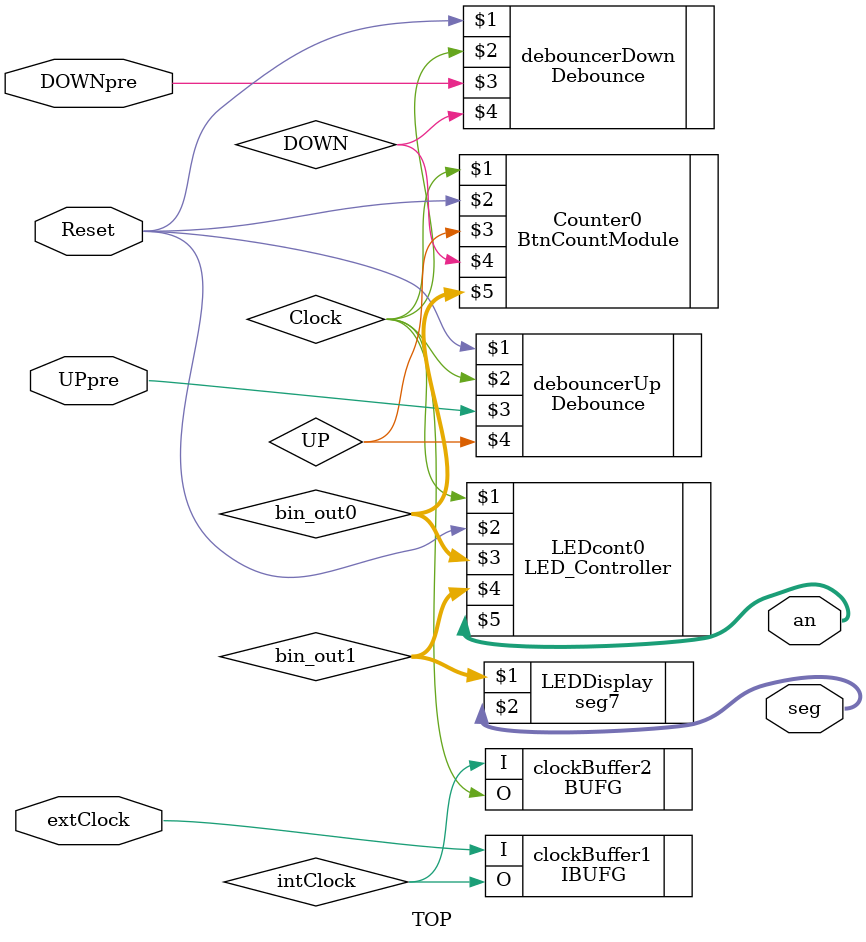
<source format=v>
`timescale 1ns / 1ps
module TOP(extClock, Reset, UPpre, DOWNpre, seg, an);

input extClock;
input Reset;
input UPpre;
input DOWNpre;
output [7:0] seg;
wire [15:0] bin_out0;
wire [3:0] bin_out1;
output [3:0] an;
wire intClock, Clock;

IBUFG clockBuffer1(.I(extClock), .O(intClock));
BUFG clockBuffer2(.I(intClock), .O(Clock));

Debounce debouncerUp(Reset, Clock, UPpre, UP);
Debounce debouncerDown(Reset, Clock, DOWNpre, DOWN);

// Counts button presses and modifies the 16bit binary number
// 											 inc   dec  out to controller
BtnCountModule Counter0(Clock, Reset, UP, DOWN, bin_out0);
// Controls timing for the LED display
//  												input(16bit) out(4 bit) enable (4 bit)
LED_Controller LEDcont0(Clock, Reset, bin_out0, bin_out1, an);
seg7 LEDDisplay(bin_out1, seg);

endmodule

</source>
